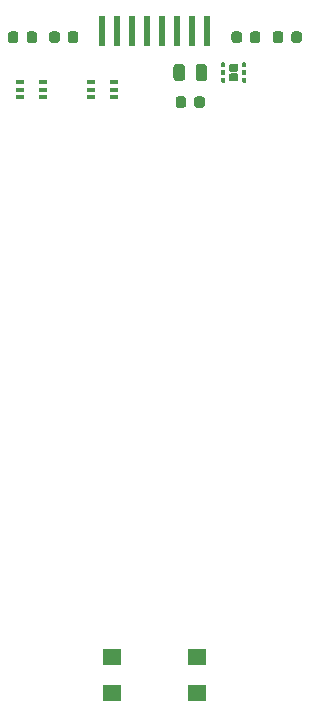
<source format=gbr>
G04 #@! TF.GenerationSoftware,KiCad,Pcbnew,(5.1.5-0-10_14)*
G04 #@! TF.CreationDate,2021-06-02T09:42:11-04:00*
G04 #@! TF.ProjectId,ESLO_RB2_DataDump,45534c4f-5f52-4423-925f-446174614475,rev?*
G04 #@! TF.SameCoordinates,Original*
G04 #@! TF.FileFunction,Paste,Top*
G04 #@! TF.FilePolarity,Positive*
%FSLAX46Y46*%
G04 Gerber Fmt 4.6, Leading zero omitted, Abs format (unit mm)*
G04 Created by KiCad (PCBNEW (5.1.5-0-10_14)) date 2021-06-02 09:42:11*
%MOMM*%
%LPD*%
G04 APERTURE LIST*
%ADD10R,0.650000X0.400000*%
%ADD11C,0.100000*%
%ADD12R,1.600000X1.400000*%
%ADD13R,0.600000X2.500000*%
G04 APERTURE END LIST*
D10*
X127000000Y-75300000D03*
X127000000Y-76600000D03*
X125100000Y-75950000D03*
X127000000Y-75950000D03*
X125100000Y-76600000D03*
X125100000Y-75300000D03*
X121000000Y-75300000D03*
X121000000Y-76600000D03*
X119100000Y-75950000D03*
X121000000Y-75950000D03*
X119100000Y-76600000D03*
X119100000Y-75300000D03*
D11*
G36*
X138165439Y-73650451D02*
G01*
X138174540Y-73651801D01*
X138183464Y-73654037D01*
X138192127Y-73657136D01*
X138200443Y-73661070D01*
X138208335Y-73665800D01*
X138215724Y-73671280D01*
X138222541Y-73677459D01*
X138228720Y-73684276D01*
X138234200Y-73691665D01*
X138238930Y-73699557D01*
X138242864Y-73707873D01*
X138245963Y-73716536D01*
X138248199Y-73725460D01*
X138249549Y-73734561D01*
X138250000Y-73743750D01*
X138250000Y-73956250D01*
X138249549Y-73965439D01*
X138248199Y-73974540D01*
X138245963Y-73983464D01*
X138242864Y-73992127D01*
X138238930Y-74000443D01*
X138234200Y-74008335D01*
X138228720Y-74015724D01*
X138222541Y-74022541D01*
X138215724Y-74028720D01*
X138208335Y-74034200D01*
X138200443Y-74038930D01*
X138192127Y-74042864D01*
X138183464Y-74045963D01*
X138174540Y-74048199D01*
X138165439Y-74049549D01*
X138156250Y-74050000D01*
X137968750Y-74050000D01*
X137959561Y-74049549D01*
X137950460Y-74048199D01*
X137941536Y-74045963D01*
X137932873Y-74042864D01*
X137924557Y-74038930D01*
X137916665Y-74034200D01*
X137909276Y-74028720D01*
X137902459Y-74022541D01*
X137896280Y-74015724D01*
X137890800Y-74008335D01*
X137886070Y-74000443D01*
X137882136Y-73992127D01*
X137879037Y-73983464D01*
X137876801Y-73974540D01*
X137875451Y-73965439D01*
X137875000Y-73956250D01*
X137875000Y-73743750D01*
X137875451Y-73734561D01*
X137876801Y-73725460D01*
X137879037Y-73716536D01*
X137882136Y-73707873D01*
X137886070Y-73699557D01*
X137890800Y-73691665D01*
X137896280Y-73684276D01*
X137902459Y-73677459D01*
X137909276Y-73671280D01*
X137916665Y-73665800D01*
X137924557Y-73661070D01*
X137932873Y-73657136D01*
X137941536Y-73654037D01*
X137950460Y-73651801D01*
X137959561Y-73650451D01*
X137968750Y-73650000D01*
X138156250Y-73650000D01*
X138165439Y-73650451D01*
G37*
G36*
X138165439Y-74300451D02*
G01*
X138174540Y-74301801D01*
X138183464Y-74304037D01*
X138192127Y-74307136D01*
X138200443Y-74311070D01*
X138208335Y-74315800D01*
X138215724Y-74321280D01*
X138222541Y-74327459D01*
X138228720Y-74334276D01*
X138234200Y-74341665D01*
X138238930Y-74349557D01*
X138242864Y-74357873D01*
X138245963Y-74366536D01*
X138248199Y-74375460D01*
X138249549Y-74384561D01*
X138250000Y-74393750D01*
X138250000Y-74606250D01*
X138249549Y-74615439D01*
X138248199Y-74624540D01*
X138245963Y-74633464D01*
X138242864Y-74642127D01*
X138238930Y-74650443D01*
X138234200Y-74658335D01*
X138228720Y-74665724D01*
X138222541Y-74672541D01*
X138215724Y-74678720D01*
X138208335Y-74684200D01*
X138200443Y-74688930D01*
X138192127Y-74692864D01*
X138183464Y-74695963D01*
X138174540Y-74698199D01*
X138165439Y-74699549D01*
X138156250Y-74700000D01*
X137968750Y-74700000D01*
X137959561Y-74699549D01*
X137950460Y-74698199D01*
X137941536Y-74695963D01*
X137932873Y-74692864D01*
X137924557Y-74688930D01*
X137916665Y-74684200D01*
X137909276Y-74678720D01*
X137902459Y-74672541D01*
X137896280Y-74665724D01*
X137890800Y-74658335D01*
X137886070Y-74650443D01*
X137882136Y-74642127D01*
X137879037Y-74633464D01*
X137876801Y-74624540D01*
X137875451Y-74615439D01*
X137875000Y-74606250D01*
X137875000Y-74393750D01*
X137875451Y-74384561D01*
X137876801Y-74375460D01*
X137879037Y-74366536D01*
X137882136Y-74357873D01*
X137886070Y-74349557D01*
X137890800Y-74341665D01*
X137896280Y-74334276D01*
X137902459Y-74327459D01*
X137909276Y-74321280D01*
X137916665Y-74315800D01*
X137924557Y-74311070D01*
X137932873Y-74307136D01*
X137941536Y-74304037D01*
X137950460Y-74301801D01*
X137959561Y-74300451D01*
X137968750Y-74300000D01*
X138156250Y-74300000D01*
X138165439Y-74300451D01*
G37*
G36*
X138165439Y-74950451D02*
G01*
X138174540Y-74951801D01*
X138183464Y-74954037D01*
X138192127Y-74957136D01*
X138200443Y-74961070D01*
X138208335Y-74965800D01*
X138215724Y-74971280D01*
X138222541Y-74977459D01*
X138228720Y-74984276D01*
X138234200Y-74991665D01*
X138238930Y-74999557D01*
X138242864Y-75007873D01*
X138245963Y-75016536D01*
X138248199Y-75025460D01*
X138249549Y-75034561D01*
X138250000Y-75043750D01*
X138250000Y-75256250D01*
X138249549Y-75265439D01*
X138248199Y-75274540D01*
X138245963Y-75283464D01*
X138242864Y-75292127D01*
X138238930Y-75300443D01*
X138234200Y-75308335D01*
X138228720Y-75315724D01*
X138222541Y-75322541D01*
X138215724Y-75328720D01*
X138208335Y-75334200D01*
X138200443Y-75338930D01*
X138192127Y-75342864D01*
X138183464Y-75345963D01*
X138174540Y-75348199D01*
X138165439Y-75349549D01*
X138156250Y-75350000D01*
X137968750Y-75350000D01*
X137959561Y-75349549D01*
X137950460Y-75348199D01*
X137941536Y-75345963D01*
X137932873Y-75342864D01*
X137924557Y-75338930D01*
X137916665Y-75334200D01*
X137909276Y-75328720D01*
X137902459Y-75322541D01*
X137896280Y-75315724D01*
X137890800Y-75308335D01*
X137886070Y-75300443D01*
X137882136Y-75292127D01*
X137879037Y-75283464D01*
X137876801Y-75274540D01*
X137875451Y-75265439D01*
X137875000Y-75256250D01*
X137875000Y-75043750D01*
X137875451Y-75034561D01*
X137876801Y-75025460D01*
X137879037Y-75016536D01*
X137882136Y-75007873D01*
X137886070Y-74999557D01*
X137890800Y-74991665D01*
X137896280Y-74984276D01*
X137902459Y-74977459D01*
X137909276Y-74971280D01*
X137916665Y-74965800D01*
X137924557Y-74961070D01*
X137932873Y-74957136D01*
X137941536Y-74954037D01*
X137950460Y-74951801D01*
X137959561Y-74950451D01*
X137968750Y-74950000D01*
X138156250Y-74950000D01*
X138165439Y-74950451D01*
G37*
G36*
X136390439Y-74950451D02*
G01*
X136399540Y-74951801D01*
X136408464Y-74954037D01*
X136417127Y-74957136D01*
X136425443Y-74961070D01*
X136433335Y-74965800D01*
X136440724Y-74971280D01*
X136447541Y-74977459D01*
X136453720Y-74984276D01*
X136459200Y-74991665D01*
X136463930Y-74999557D01*
X136467864Y-75007873D01*
X136470963Y-75016536D01*
X136473199Y-75025460D01*
X136474549Y-75034561D01*
X136475000Y-75043750D01*
X136475000Y-75256250D01*
X136474549Y-75265439D01*
X136473199Y-75274540D01*
X136470963Y-75283464D01*
X136467864Y-75292127D01*
X136463930Y-75300443D01*
X136459200Y-75308335D01*
X136453720Y-75315724D01*
X136447541Y-75322541D01*
X136440724Y-75328720D01*
X136433335Y-75334200D01*
X136425443Y-75338930D01*
X136417127Y-75342864D01*
X136408464Y-75345963D01*
X136399540Y-75348199D01*
X136390439Y-75349549D01*
X136381250Y-75350000D01*
X136193750Y-75350000D01*
X136184561Y-75349549D01*
X136175460Y-75348199D01*
X136166536Y-75345963D01*
X136157873Y-75342864D01*
X136149557Y-75338930D01*
X136141665Y-75334200D01*
X136134276Y-75328720D01*
X136127459Y-75322541D01*
X136121280Y-75315724D01*
X136115800Y-75308335D01*
X136111070Y-75300443D01*
X136107136Y-75292127D01*
X136104037Y-75283464D01*
X136101801Y-75274540D01*
X136100451Y-75265439D01*
X136100000Y-75256250D01*
X136100000Y-75043750D01*
X136100451Y-75034561D01*
X136101801Y-75025460D01*
X136104037Y-75016536D01*
X136107136Y-75007873D01*
X136111070Y-74999557D01*
X136115800Y-74991665D01*
X136121280Y-74984276D01*
X136127459Y-74977459D01*
X136134276Y-74971280D01*
X136141665Y-74965800D01*
X136149557Y-74961070D01*
X136157873Y-74957136D01*
X136166536Y-74954037D01*
X136175460Y-74951801D01*
X136184561Y-74950451D01*
X136193750Y-74950000D01*
X136381250Y-74950000D01*
X136390439Y-74950451D01*
G37*
G36*
X136390439Y-74300451D02*
G01*
X136399540Y-74301801D01*
X136408464Y-74304037D01*
X136417127Y-74307136D01*
X136425443Y-74311070D01*
X136433335Y-74315800D01*
X136440724Y-74321280D01*
X136447541Y-74327459D01*
X136453720Y-74334276D01*
X136459200Y-74341665D01*
X136463930Y-74349557D01*
X136467864Y-74357873D01*
X136470963Y-74366536D01*
X136473199Y-74375460D01*
X136474549Y-74384561D01*
X136475000Y-74393750D01*
X136475000Y-74606250D01*
X136474549Y-74615439D01*
X136473199Y-74624540D01*
X136470963Y-74633464D01*
X136467864Y-74642127D01*
X136463930Y-74650443D01*
X136459200Y-74658335D01*
X136453720Y-74665724D01*
X136447541Y-74672541D01*
X136440724Y-74678720D01*
X136433335Y-74684200D01*
X136425443Y-74688930D01*
X136417127Y-74692864D01*
X136408464Y-74695963D01*
X136399540Y-74698199D01*
X136390439Y-74699549D01*
X136381250Y-74700000D01*
X136193750Y-74700000D01*
X136184561Y-74699549D01*
X136175460Y-74698199D01*
X136166536Y-74695963D01*
X136157873Y-74692864D01*
X136149557Y-74688930D01*
X136141665Y-74684200D01*
X136134276Y-74678720D01*
X136127459Y-74672541D01*
X136121280Y-74665724D01*
X136115800Y-74658335D01*
X136111070Y-74650443D01*
X136107136Y-74642127D01*
X136104037Y-74633464D01*
X136101801Y-74624540D01*
X136100451Y-74615439D01*
X136100000Y-74606250D01*
X136100000Y-74393750D01*
X136100451Y-74384561D01*
X136101801Y-74375460D01*
X136104037Y-74366536D01*
X136107136Y-74357873D01*
X136111070Y-74349557D01*
X136115800Y-74341665D01*
X136121280Y-74334276D01*
X136127459Y-74327459D01*
X136134276Y-74321280D01*
X136141665Y-74315800D01*
X136149557Y-74311070D01*
X136157873Y-74307136D01*
X136166536Y-74304037D01*
X136175460Y-74301801D01*
X136184561Y-74300451D01*
X136193750Y-74300000D01*
X136381250Y-74300000D01*
X136390439Y-74300451D01*
G37*
G36*
X136390439Y-73650451D02*
G01*
X136399540Y-73651801D01*
X136408464Y-73654037D01*
X136417127Y-73657136D01*
X136425443Y-73661070D01*
X136433335Y-73665800D01*
X136440724Y-73671280D01*
X136447541Y-73677459D01*
X136453720Y-73684276D01*
X136459200Y-73691665D01*
X136463930Y-73699557D01*
X136467864Y-73707873D01*
X136470963Y-73716536D01*
X136473199Y-73725460D01*
X136474549Y-73734561D01*
X136475000Y-73743750D01*
X136475000Y-73956250D01*
X136474549Y-73965439D01*
X136473199Y-73974540D01*
X136470963Y-73983464D01*
X136467864Y-73992127D01*
X136463930Y-74000443D01*
X136459200Y-74008335D01*
X136453720Y-74015724D01*
X136447541Y-74022541D01*
X136440724Y-74028720D01*
X136433335Y-74034200D01*
X136425443Y-74038930D01*
X136417127Y-74042864D01*
X136408464Y-74045963D01*
X136399540Y-74048199D01*
X136390439Y-74049549D01*
X136381250Y-74050000D01*
X136193750Y-74050000D01*
X136184561Y-74049549D01*
X136175460Y-74048199D01*
X136166536Y-74045963D01*
X136157873Y-74042864D01*
X136149557Y-74038930D01*
X136141665Y-74034200D01*
X136134276Y-74028720D01*
X136127459Y-74022541D01*
X136121280Y-74015724D01*
X136115800Y-74008335D01*
X136111070Y-74000443D01*
X136107136Y-73992127D01*
X136104037Y-73983464D01*
X136101801Y-73974540D01*
X136100451Y-73965439D01*
X136100000Y-73956250D01*
X136100000Y-73743750D01*
X136100451Y-73734561D01*
X136101801Y-73725460D01*
X136104037Y-73716536D01*
X136107136Y-73707873D01*
X136111070Y-73699557D01*
X136115800Y-73691665D01*
X136121280Y-73684276D01*
X136127459Y-73677459D01*
X136134276Y-73671280D01*
X136141665Y-73665800D01*
X136149557Y-73661070D01*
X136157873Y-73657136D01*
X136166536Y-73654037D01*
X136175460Y-73651801D01*
X136184561Y-73650451D01*
X136193750Y-73650000D01*
X136381250Y-73650000D01*
X136390439Y-73650451D01*
G37*
G36*
X137435683Y-74580770D02*
G01*
X137451214Y-74583074D01*
X137466446Y-74586890D01*
X137481229Y-74592179D01*
X137495423Y-74598893D01*
X137508891Y-74606965D01*
X137521503Y-74616318D01*
X137533137Y-74626863D01*
X137543682Y-74638497D01*
X137553035Y-74651109D01*
X137561107Y-74664577D01*
X137567821Y-74678771D01*
X137573110Y-74693554D01*
X137576926Y-74708786D01*
X137579230Y-74724317D01*
X137580000Y-74740000D01*
X137580000Y-75060000D01*
X137579230Y-75075683D01*
X137576926Y-75091214D01*
X137573110Y-75106446D01*
X137567821Y-75121229D01*
X137561107Y-75135423D01*
X137553035Y-75148891D01*
X137543682Y-75161503D01*
X137533137Y-75173137D01*
X137521503Y-75183682D01*
X137508891Y-75193035D01*
X137495423Y-75201107D01*
X137481229Y-75207821D01*
X137466446Y-75213110D01*
X137451214Y-75216926D01*
X137435683Y-75219230D01*
X137420000Y-75220000D01*
X136930000Y-75220000D01*
X136914317Y-75219230D01*
X136898786Y-75216926D01*
X136883554Y-75213110D01*
X136868771Y-75207821D01*
X136854577Y-75201107D01*
X136841109Y-75193035D01*
X136828497Y-75183682D01*
X136816863Y-75173137D01*
X136806318Y-75161503D01*
X136796965Y-75148891D01*
X136788893Y-75135423D01*
X136782179Y-75121229D01*
X136776890Y-75106446D01*
X136773074Y-75091214D01*
X136770770Y-75075683D01*
X136770000Y-75060000D01*
X136770000Y-74740000D01*
X136770770Y-74724317D01*
X136773074Y-74708786D01*
X136776890Y-74693554D01*
X136782179Y-74678771D01*
X136788893Y-74664577D01*
X136796965Y-74651109D01*
X136806318Y-74638497D01*
X136816863Y-74626863D01*
X136828497Y-74616318D01*
X136841109Y-74606965D01*
X136854577Y-74598893D01*
X136868771Y-74592179D01*
X136883554Y-74586890D01*
X136898786Y-74583074D01*
X136914317Y-74580770D01*
X136930000Y-74580000D01*
X137420000Y-74580000D01*
X137435683Y-74580770D01*
G37*
G36*
X137435683Y-73780770D02*
G01*
X137451214Y-73783074D01*
X137466446Y-73786890D01*
X137481229Y-73792179D01*
X137495423Y-73798893D01*
X137508891Y-73806965D01*
X137521503Y-73816318D01*
X137533137Y-73826863D01*
X137543682Y-73838497D01*
X137553035Y-73851109D01*
X137561107Y-73864577D01*
X137567821Y-73878771D01*
X137573110Y-73893554D01*
X137576926Y-73908786D01*
X137579230Y-73924317D01*
X137580000Y-73940000D01*
X137580000Y-74260000D01*
X137579230Y-74275683D01*
X137576926Y-74291214D01*
X137573110Y-74306446D01*
X137567821Y-74321229D01*
X137561107Y-74335423D01*
X137553035Y-74348891D01*
X137543682Y-74361503D01*
X137533137Y-74373137D01*
X137521503Y-74383682D01*
X137508891Y-74393035D01*
X137495423Y-74401107D01*
X137481229Y-74407821D01*
X137466446Y-74413110D01*
X137451214Y-74416926D01*
X137435683Y-74419230D01*
X137420000Y-74420000D01*
X136930000Y-74420000D01*
X136914317Y-74419230D01*
X136898786Y-74416926D01*
X136883554Y-74413110D01*
X136868771Y-74407821D01*
X136854577Y-74401107D01*
X136841109Y-74393035D01*
X136828497Y-74383682D01*
X136816863Y-74373137D01*
X136806318Y-74361503D01*
X136796965Y-74348891D01*
X136788893Y-74335423D01*
X136782179Y-74321229D01*
X136776890Y-74306446D01*
X136773074Y-74291214D01*
X136770770Y-74275683D01*
X136770000Y-74260000D01*
X136770000Y-73940000D01*
X136770770Y-73924317D01*
X136773074Y-73908786D01*
X136776890Y-73893554D01*
X136782179Y-73878771D01*
X136788893Y-73864577D01*
X136796965Y-73851109D01*
X136806318Y-73838497D01*
X136816863Y-73826863D01*
X136828497Y-73816318D01*
X136841109Y-73806965D01*
X136854577Y-73798893D01*
X136868771Y-73792179D01*
X136883554Y-73786890D01*
X136898786Y-73783074D01*
X136914317Y-73780770D01*
X136930000Y-73780000D01*
X137420000Y-73780000D01*
X137435683Y-73780770D01*
G37*
D12*
X126900000Y-127000000D03*
X134100000Y-127000000D03*
X126900000Y-124000000D03*
X134100000Y-124000000D03*
D11*
G36*
X123815191Y-71026053D02*
G01*
X123836426Y-71029203D01*
X123857250Y-71034419D01*
X123877462Y-71041651D01*
X123896868Y-71050830D01*
X123915281Y-71061866D01*
X123932524Y-71074654D01*
X123948430Y-71089070D01*
X123962846Y-71104976D01*
X123975634Y-71122219D01*
X123986670Y-71140632D01*
X123995849Y-71160038D01*
X124003081Y-71180250D01*
X124008297Y-71201074D01*
X124011447Y-71222309D01*
X124012500Y-71243750D01*
X124012500Y-71756250D01*
X124011447Y-71777691D01*
X124008297Y-71798926D01*
X124003081Y-71819750D01*
X123995849Y-71839962D01*
X123986670Y-71859368D01*
X123975634Y-71877781D01*
X123962846Y-71895024D01*
X123948430Y-71910930D01*
X123932524Y-71925346D01*
X123915281Y-71938134D01*
X123896868Y-71949170D01*
X123877462Y-71958349D01*
X123857250Y-71965581D01*
X123836426Y-71970797D01*
X123815191Y-71973947D01*
X123793750Y-71975000D01*
X123356250Y-71975000D01*
X123334809Y-71973947D01*
X123313574Y-71970797D01*
X123292750Y-71965581D01*
X123272538Y-71958349D01*
X123253132Y-71949170D01*
X123234719Y-71938134D01*
X123217476Y-71925346D01*
X123201570Y-71910930D01*
X123187154Y-71895024D01*
X123174366Y-71877781D01*
X123163330Y-71859368D01*
X123154151Y-71839962D01*
X123146919Y-71819750D01*
X123141703Y-71798926D01*
X123138553Y-71777691D01*
X123137500Y-71756250D01*
X123137500Y-71243750D01*
X123138553Y-71222309D01*
X123141703Y-71201074D01*
X123146919Y-71180250D01*
X123154151Y-71160038D01*
X123163330Y-71140632D01*
X123174366Y-71122219D01*
X123187154Y-71104976D01*
X123201570Y-71089070D01*
X123217476Y-71074654D01*
X123234719Y-71061866D01*
X123253132Y-71050830D01*
X123272538Y-71041651D01*
X123292750Y-71034419D01*
X123313574Y-71029203D01*
X123334809Y-71026053D01*
X123356250Y-71025000D01*
X123793750Y-71025000D01*
X123815191Y-71026053D01*
G37*
G36*
X122240191Y-71026053D02*
G01*
X122261426Y-71029203D01*
X122282250Y-71034419D01*
X122302462Y-71041651D01*
X122321868Y-71050830D01*
X122340281Y-71061866D01*
X122357524Y-71074654D01*
X122373430Y-71089070D01*
X122387846Y-71104976D01*
X122400634Y-71122219D01*
X122411670Y-71140632D01*
X122420849Y-71160038D01*
X122428081Y-71180250D01*
X122433297Y-71201074D01*
X122436447Y-71222309D01*
X122437500Y-71243750D01*
X122437500Y-71756250D01*
X122436447Y-71777691D01*
X122433297Y-71798926D01*
X122428081Y-71819750D01*
X122420849Y-71839962D01*
X122411670Y-71859368D01*
X122400634Y-71877781D01*
X122387846Y-71895024D01*
X122373430Y-71910930D01*
X122357524Y-71925346D01*
X122340281Y-71938134D01*
X122321868Y-71949170D01*
X122302462Y-71958349D01*
X122282250Y-71965581D01*
X122261426Y-71970797D01*
X122240191Y-71973947D01*
X122218750Y-71975000D01*
X121781250Y-71975000D01*
X121759809Y-71973947D01*
X121738574Y-71970797D01*
X121717750Y-71965581D01*
X121697538Y-71958349D01*
X121678132Y-71949170D01*
X121659719Y-71938134D01*
X121642476Y-71925346D01*
X121626570Y-71910930D01*
X121612154Y-71895024D01*
X121599366Y-71877781D01*
X121588330Y-71859368D01*
X121579151Y-71839962D01*
X121571919Y-71819750D01*
X121566703Y-71798926D01*
X121563553Y-71777691D01*
X121562500Y-71756250D01*
X121562500Y-71243750D01*
X121563553Y-71222309D01*
X121566703Y-71201074D01*
X121571919Y-71180250D01*
X121579151Y-71160038D01*
X121588330Y-71140632D01*
X121599366Y-71122219D01*
X121612154Y-71104976D01*
X121626570Y-71089070D01*
X121642476Y-71074654D01*
X121659719Y-71061866D01*
X121678132Y-71050830D01*
X121697538Y-71041651D01*
X121717750Y-71034419D01*
X121738574Y-71029203D01*
X121759809Y-71026053D01*
X121781250Y-71025000D01*
X122218750Y-71025000D01*
X122240191Y-71026053D01*
G37*
G36*
X137665191Y-71026053D02*
G01*
X137686426Y-71029203D01*
X137707250Y-71034419D01*
X137727462Y-71041651D01*
X137746868Y-71050830D01*
X137765281Y-71061866D01*
X137782524Y-71074654D01*
X137798430Y-71089070D01*
X137812846Y-71104976D01*
X137825634Y-71122219D01*
X137836670Y-71140632D01*
X137845849Y-71160038D01*
X137853081Y-71180250D01*
X137858297Y-71201074D01*
X137861447Y-71222309D01*
X137862500Y-71243750D01*
X137862500Y-71756250D01*
X137861447Y-71777691D01*
X137858297Y-71798926D01*
X137853081Y-71819750D01*
X137845849Y-71839962D01*
X137836670Y-71859368D01*
X137825634Y-71877781D01*
X137812846Y-71895024D01*
X137798430Y-71910930D01*
X137782524Y-71925346D01*
X137765281Y-71938134D01*
X137746868Y-71949170D01*
X137727462Y-71958349D01*
X137707250Y-71965581D01*
X137686426Y-71970797D01*
X137665191Y-71973947D01*
X137643750Y-71975000D01*
X137206250Y-71975000D01*
X137184809Y-71973947D01*
X137163574Y-71970797D01*
X137142750Y-71965581D01*
X137122538Y-71958349D01*
X137103132Y-71949170D01*
X137084719Y-71938134D01*
X137067476Y-71925346D01*
X137051570Y-71910930D01*
X137037154Y-71895024D01*
X137024366Y-71877781D01*
X137013330Y-71859368D01*
X137004151Y-71839962D01*
X136996919Y-71819750D01*
X136991703Y-71798926D01*
X136988553Y-71777691D01*
X136987500Y-71756250D01*
X136987500Y-71243750D01*
X136988553Y-71222309D01*
X136991703Y-71201074D01*
X136996919Y-71180250D01*
X137004151Y-71160038D01*
X137013330Y-71140632D01*
X137024366Y-71122219D01*
X137037154Y-71104976D01*
X137051570Y-71089070D01*
X137067476Y-71074654D01*
X137084719Y-71061866D01*
X137103132Y-71050830D01*
X137122538Y-71041651D01*
X137142750Y-71034419D01*
X137163574Y-71029203D01*
X137184809Y-71026053D01*
X137206250Y-71025000D01*
X137643750Y-71025000D01*
X137665191Y-71026053D01*
G37*
G36*
X139240191Y-71026053D02*
G01*
X139261426Y-71029203D01*
X139282250Y-71034419D01*
X139302462Y-71041651D01*
X139321868Y-71050830D01*
X139340281Y-71061866D01*
X139357524Y-71074654D01*
X139373430Y-71089070D01*
X139387846Y-71104976D01*
X139400634Y-71122219D01*
X139411670Y-71140632D01*
X139420849Y-71160038D01*
X139428081Y-71180250D01*
X139433297Y-71201074D01*
X139436447Y-71222309D01*
X139437500Y-71243750D01*
X139437500Y-71756250D01*
X139436447Y-71777691D01*
X139433297Y-71798926D01*
X139428081Y-71819750D01*
X139420849Y-71839962D01*
X139411670Y-71859368D01*
X139400634Y-71877781D01*
X139387846Y-71895024D01*
X139373430Y-71910930D01*
X139357524Y-71925346D01*
X139340281Y-71938134D01*
X139321868Y-71949170D01*
X139302462Y-71958349D01*
X139282250Y-71965581D01*
X139261426Y-71970797D01*
X139240191Y-71973947D01*
X139218750Y-71975000D01*
X138781250Y-71975000D01*
X138759809Y-71973947D01*
X138738574Y-71970797D01*
X138717750Y-71965581D01*
X138697538Y-71958349D01*
X138678132Y-71949170D01*
X138659719Y-71938134D01*
X138642476Y-71925346D01*
X138626570Y-71910930D01*
X138612154Y-71895024D01*
X138599366Y-71877781D01*
X138588330Y-71859368D01*
X138579151Y-71839962D01*
X138571919Y-71819750D01*
X138566703Y-71798926D01*
X138563553Y-71777691D01*
X138562500Y-71756250D01*
X138562500Y-71243750D01*
X138563553Y-71222309D01*
X138566703Y-71201074D01*
X138571919Y-71180250D01*
X138579151Y-71160038D01*
X138588330Y-71140632D01*
X138599366Y-71122219D01*
X138612154Y-71104976D01*
X138626570Y-71089070D01*
X138642476Y-71074654D01*
X138659719Y-71061866D01*
X138678132Y-71050830D01*
X138697538Y-71041651D01*
X138717750Y-71034419D01*
X138738574Y-71029203D01*
X138759809Y-71026053D01*
X138781250Y-71025000D01*
X139218750Y-71025000D01*
X139240191Y-71026053D01*
G37*
G36*
X120315191Y-71026053D02*
G01*
X120336426Y-71029203D01*
X120357250Y-71034419D01*
X120377462Y-71041651D01*
X120396868Y-71050830D01*
X120415281Y-71061866D01*
X120432524Y-71074654D01*
X120448430Y-71089070D01*
X120462846Y-71104976D01*
X120475634Y-71122219D01*
X120486670Y-71140632D01*
X120495849Y-71160038D01*
X120503081Y-71180250D01*
X120508297Y-71201074D01*
X120511447Y-71222309D01*
X120512500Y-71243750D01*
X120512500Y-71756250D01*
X120511447Y-71777691D01*
X120508297Y-71798926D01*
X120503081Y-71819750D01*
X120495849Y-71839962D01*
X120486670Y-71859368D01*
X120475634Y-71877781D01*
X120462846Y-71895024D01*
X120448430Y-71910930D01*
X120432524Y-71925346D01*
X120415281Y-71938134D01*
X120396868Y-71949170D01*
X120377462Y-71958349D01*
X120357250Y-71965581D01*
X120336426Y-71970797D01*
X120315191Y-71973947D01*
X120293750Y-71975000D01*
X119856250Y-71975000D01*
X119834809Y-71973947D01*
X119813574Y-71970797D01*
X119792750Y-71965581D01*
X119772538Y-71958349D01*
X119753132Y-71949170D01*
X119734719Y-71938134D01*
X119717476Y-71925346D01*
X119701570Y-71910930D01*
X119687154Y-71895024D01*
X119674366Y-71877781D01*
X119663330Y-71859368D01*
X119654151Y-71839962D01*
X119646919Y-71819750D01*
X119641703Y-71798926D01*
X119638553Y-71777691D01*
X119637500Y-71756250D01*
X119637500Y-71243750D01*
X119638553Y-71222309D01*
X119641703Y-71201074D01*
X119646919Y-71180250D01*
X119654151Y-71160038D01*
X119663330Y-71140632D01*
X119674366Y-71122219D01*
X119687154Y-71104976D01*
X119701570Y-71089070D01*
X119717476Y-71074654D01*
X119734719Y-71061866D01*
X119753132Y-71050830D01*
X119772538Y-71041651D01*
X119792750Y-71034419D01*
X119813574Y-71029203D01*
X119834809Y-71026053D01*
X119856250Y-71025000D01*
X120293750Y-71025000D01*
X120315191Y-71026053D01*
G37*
G36*
X118740191Y-71026053D02*
G01*
X118761426Y-71029203D01*
X118782250Y-71034419D01*
X118802462Y-71041651D01*
X118821868Y-71050830D01*
X118840281Y-71061866D01*
X118857524Y-71074654D01*
X118873430Y-71089070D01*
X118887846Y-71104976D01*
X118900634Y-71122219D01*
X118911670Y-71140632D01*
X118920849Y-71160038D01*
X118928081Y-71180250D01*
X118933297Y-71201074D01*
X118936447Y-71222309D01*
X118937500Y-71243750D01*
X118937500Y-71756250D01*
X118936447Y-71777691D01*
X118933297Y-71798926D01*
X118928081Y-71819750D01*
X118920849Y-71839962D01*
X118911670Y-71859368D01*
X118900634Y-71877781D01*
X118887846Y-71895024D01*
X118873430Y-71910930D01*
X118857524Y-71925346D01*
X118840281Y-71938134D01*
X118821868Y-71949170D01*
X118802462Y-71958349D01*
X118782250Y-71965581D01*
X118761426Y-71970797D01*
X118740191Y-71973947D01*
X118718750Y-71975000D01*
X118281250Y-71975000D01*
X118259809Y-71973947D01*
X118238574Y-71970797D01*
X118217750Y-71965581D01*
X118197538Y-71958349D01*
X118178132Y-71949170D01*
X118159719Y-71938134D01*
X118142476Y-71925346D01*
X118126570Y-71910930D01*
X118112154Y-71895024D01*
X118099366Y-71877781D01*
X118088330Y-71859368D01*
X118079151Y-71839962D01*
X118071919Y-71819750D01*
X118066703Y-71798926D01*
X118063553Y-71777691D01*
X118062500Y-71756250D01*
X118062500Y-71243750D01*
X118063553Y-71222309D01*
X118066703Y-71201074D01*
X118071919Y-71180250D01*
X118079151Y-71160038D01*
X118088330Y-71140632D01*
X118099366Y-71122219D01*
X118112154Y-71104976D01*
X118126570Y-71089070D01*
X118142476Y-71074654D01*
X118159719Y-71061866D01*
X118178132Y-71050830D01*
X118197538Y-71041651D01*
X118217750Y-71034419D01*
X118238574Y-71029203D01*
X118259809Y-71026053D01*
X118281250Y-71025000D01*
X118718750Y-71025000D01*
X118740191Y-71026053D01*
G37*
G36*
X141165191Y-71026053D02*
G01*
X141186426Y-71029203D01*
X141207250Y-71034419D01*
X141227462Y-71041651D01*
X141246868Y-71050830D01*
X141265281Y-71061866D01*
X141282524Y-71074654D01*
X141298430Y-71089070D01*
X141312846Y-71104976D01*
X141325634Y-71122219D01*
X141336670Y-71140632D01*
X141345849Y-71160038D01*
X141353081Y-71180250D01*
X141358297Y-71201074D01*
X141361447Y-71222309D01*
X141362500Y-71243750D01*
X141362500Y-71756250D01*
X141361447Y-71777691D01*
X141358297Y-71798926D01*
X141353081Y-71819750D01*
X141345849Y-71839962D01*
X141336670Y-71859368D01*
X141325634Y-71877781D01*
X141312846Y-71895024D01*
X141298430Y-71910930D01*
X141282524Y-71925346D01*
X141265281Y-71938134D01*
X141246868Y-71949170D01*
X141227462Y-71958349D01*
X141207250Y-71965581D01*
X141186426Y-71970797D01*
X141165191Y-71973947D01*
X141143750Y-71975000D01*
X140706250Y-71975000D01*
X140684809Y-71973947D01*
X140663574Y-71970797D01*
X140642750Y-71965581D01*
X140622538Y-71958349D01*
X140603132Y-71949170D01*
X140584719Y-71938134D01*
X140567476Y-71925346D01*
X140551570Y-71910930D01*
X140537154Y-71895024D01*
X140524366Y-71877781D01*
X140513330Y-71859368D01*
X140504151Y-71839962D01*
X140496919Y-71819750D01*
X140491703Y-71798926D01*
X140488553Y-71777691D01*
X140487500Y-71756250D01*
X140487500Y-71243750D01*
X140488553Y-71222309D01*
X140491703Y-71201074D01*
X140496919Y-71180250D01*
X140504151Y-71160038D01*
X140513330Y-71140632D01*
X140524366Y-71122219D01*
X140537154Y-71104976D01*
X140551570Y-71089070D01*
X140567476Y-71074654D01*
X140584719Y-71061866D01*
X140603132Y-71050830D01*
X140622538Y-71041651D01*
X140642750Y-71034419D01*
X140663574Y-71029203D01*
X140684809Y-71026053D01*
X140706250Y-71025000D01*
X141143750Y-71025000D01*
X141165191Y-71026053D01*
G37*
G36*
X142740191Y-71026053D02*
G01*
X142761426Y-71029203D01*
X142782250Y-71034419D01*
X142802462Y-71041651D01*
X142821868Y-71050830D01*
X142840281Y-71061866D01*
X142857524Y-71074654D01*
X142873430Y-71089070D01*
X142887846Y-71104976D01*
X142900634Y-71122219D01*
X142911670Y-71140632D01*
X142920849Y-71160038D01*
X142928081Y-71180250D01*
X142933297Y-71201074D01*
X142936447Y-71222309D01*
X142937500Y-71243750D01*
X142937500Y-71756250D01*
X142936447Y-71777691D01*
X142933297Y-71798926D01*
X142928081Y-71819750D01*
X142920849Y-71839962D01*
X142911670Y-71859368D01*
X142900634Y-71877781D01*
X142887846Y-71895024D01*
X142873430Y-71910930D01*
X142857524Y-71925346D01*
X142840281Y-71938134D01*
X142821868Y-71949170D01*
X142802462Y-71958349D01*
X142782250Y-71965581D01*
X142761426Y-71970797D01*
X142740191Y-71973947D01*
X142718750Y-71975000D01*
X142281250Y-71975000D01*
X142259809Y-71973947D01*
X142238574Y-71970797D01*
X142217750Y-71965581D01*
X142197538Y-71958349D01*
X142178132Y-71949170D01*
X142159719Y-71938134D01*
X142142476Y-71925346D01*
X142126570Y-71910930D01*
X142112154Y-71895024D01*
X142099366Y-71877781D01*
X142088330Y-71859368D01*
X142079151Y-71839962D01*
X142071919Y-71819750D01*
X142066703Y-71798926D01*
X142063553Y-71777691D01*
X142062500Y-71756250D01*
X142062500Y-71243750D01*
X142063553Y-71222309D01*
X142066703Y-71201074D01*
X142071919Y-71180250D01*
X142079151Y-71160038D01*
X142088330Y-71140632D01*
X142099366Y-71122219D01*
X142112154Y-71104976D01*
X142126570Y-71089070D01*
X142142476Y-71074654D01*
X142159719Y-71061866D01*
X142178132Y-71050830D01*
X142197538Y-71041651D01*
X142217750Y-71034419D01*
X142238574Y-71029203D01*
X142259809Y-71026053D01*
X142281250Y-71025000D01*
X142718750Y-71025000D01*
X142740191Y-71026053D01*
G37*
G36*
X132830142Y-73801174D02*
G01*
X132853803Y-73804684D01*
X132877007Y-73810496D01*
X132899529Y-73818554D01*
X132921153Y-73828782D01*
X132941670Y-73841079D01*
X132960883Y-73855329D01*
X132978607Y-73871393D01*
X132994671Y-73889117D01*
X133008921Y-73908330D01*
X133021218Y-73928847D01*
X133031446Y-73950471D01*
X133039504Y-73972993D01*
X133045316Y-73996197D01*
X133048826Y-74019858D01*
X133050000Y-74043750D01*
X133050000Y-74956250D01*
X133048826Y-74980142D01*
X133045316Y-75003803D01*
X133039504Y-75027007D01*
X133031446Y-75049529D01*
X133021218Y-75071153D01*
X133008921Y-75091670D01*
X132994671Y-75110883D01*
X132978607Y-75128607D01*
X132960883Y-75144671D01*
X132941670Y-75158921D01*
X132921153Y-75171218D01*
X132899529Y-75181446D01*
X132877007Y-75189504D01*
X132853803Y-75195316D01*
X132830142Y-75198826D01*
X132806250Y-75200000D01*
X132318750Y-75200000D01*
X132294858Y-75198826D01*
X132271197Y-75195316D01*
X132247993Y-75189504D01*
X132225471Y-75181446D01*
X132203847Y-75171218D01*
X132183330Y-75158921D01*
X132164117Y-75144671D01*
X132146393Y-75128607D01*
X132130329Y-75110883D01*
X132116079Y-75091670D01*
X132103782Y-75071153D01*
X132093554Y-75049529D01*
X132085496Y-75027007D01*
X132079684Y-75003803D01*
X132076174Y-74980142D01*
X132075000Y-74956250D01*
X132075000Y-74043750D01*
X132076174Y-74019858D01*
X132079684Y-73996197D01*
X132085496Y-73972993D01*
X132093554Y-73950471D01*
X132103782Y-73928847D01*
X132116079Y-73908330D01*
X132130329Y-73889117D01*
X132146393Y-73871393D01*
X132164117Y-73855329D01*
X132183330Y-73841079D01*
X132203847Y-73828782D01*
X132225471Y-73818554D01*
X132247993Y-73810496D01*
X132271197Y-73804684D01*
X132294858Y-73801174D01*
X132318750Y-73800000D01*
X132806250Y-73800000D01*
X132830142Y-73801174D01*
G37*
G36*
X134705142Y-73801174D02*
G01*
X134728803Y-73804684D01*
X134752007Y-73810496D01*
X134774529Y-73818554D01*
X134796153Y-73828782D01*
X134816670Y-73841079D01*
X134835883Y-73855329D01*
X134853607Y-73871393D01*
X134869671Y-73889117D01*
X134883921Y-73908330D01*
X134896218Y-73928847D01*
X134906446Y-73950471D01*
X134914504Y-73972993D01*
X134920316Y-73996197D01*
X134923826Y-74019858D01*
X134925000Y-74043750D01*
X134925000Y-74956250D01*
X134923826Y-74980142D01*
X134920316Y-75003803D01*
X134914504Y-75027007D01*
X134906446Y-75049529D01*
X134896218Y-75071153D01*
X134883921Y-75091670D01*
X134869671Y-75110883D01*
X134853607Y-75128607D01*
X134835883Y-75144671D01*
X134816670Y-75158921D01*
X134796153Y-75171218D01*
X134774529Y-75181446D01*
X134752007Y-75189504D01*
X134728803Y-75195316D01*
X134705142Y-75198826D01*
X134681250Y-75200000D01*
X134193750Y-75200000D01*
X134169858Y-75198826D01*
X134146197Y-75195316D01*
X134122993Y-75189504D01*
X134100471Y-75181446D01*
X134078847Y-75171218D01*
X134058330Y-75158921D01*
X134039117Y-75144671D01*
X134021393Y-75128607D01*
X134005329Y-75110883D01*
X133991079Y-75091670D01*
X133978782Y-75071153D01*
X133968554Y-75049529D01*
X133960496Y-75027007D01*
X133954684Y-75003803D01*
X133951174Y-74980142D01*
X133950000Y-74956250D01*
X133950000Y-74043750D01*
X133951174Y-74019858D01*
X133954684Y-73996197D01*
X133960496Y-73972993D01*
X133968554Y-73950471D01*
X133978782Y-73928847D01*
X133991079Y-73908330D01*
X134005329Y-73889117D01*
X134021393Y-73871393D01*
X134039117Y-73855329D01*
X134058330Y-73841079D01*
X134078847Y-73828782D01*
X134100471Y-73818554D01*
X134122993Y-73810496D01*
X134146197Y-73804684D01*
X134169858Y-73801174D01*
X134193750Y-73800000D01*
X134681250Y-73800000D01*
X134705142Y-73801174D01*
G37*
D13*
X126055000Y-71000000D03*
X127325000Y-71000000D03*
X128595000Y-71000000D03*
X129865000Y-71000000D03*
X131135000Y-71000000D03*
X132405000Y-71000000D03*
X133675000Y-71000000D03*
X134945000Y-71000000D03*
D11*
G36*
X134515191Y-76526053D02*
G01*
X134536426Y-76529203D01*
X134557250Y-76534419D01*
X134577462Y-76541651D01*
X134596868Y-76550830D01*
X134615281Y-76561866D01*
X134632524Y-76574654D01*
X134648430Y-76589070D01*
X134662846Y-76604976D01*
X134675634Y-76622219D01*
X134686670Y-76640632D01*
X134695849Y-76660038D01*
X134703081Y-76680250D01*
X134708297Y-76701074D01*
X134711447Y-76722309D01*
X134712500Y-76743750D01*
X134712500Y-77256250D01*
X134711447Y-77277691D01*
X134708297Y-77298926D01*
X134703081Y-77319750D01*
X134695849Y-77339962D01*
X134686670Y-77359368D01*
X134675634Y-77377781D01*
X134662846Y-77395024D01*
X134648430Y-77410930D01*
X134632524Y-77425346D01*
X134615281Y-77438134D01*
X134596868Y-77449170D01*
X134577462Y-77458349D01*
X134557250Y-77465581D01*
X134536426Y-77470797D01*
X134515191Y-77473947D01*
X134493750Y-77475000D01*
X134056250Y-77475000D01*
X134034809Y-77473947D01*
X134013574Y-77470797D01*
X133992750Y-77465581D01*
X133972538Y-77458349D01*
X133953132Y-77449170D01*
X133934719Y-77438134D01*
X133917476Y-77425346D01*
X133901570Y-77410930D01*
X133887154Y-77395024D01*
X133874366Y-77377781D01*
X133863330Y-77359368D01*
X133854151Y-77339962D01*
X133846919Y-77319750D01*
X133841703Y-77298926D01*
X133838553Y-77277691D01*
X133837500Y-77256250D01*
X133837500Y-76743750D01*
X133838553Y-76722309D01*
X133841703Y-76701074D01*
X133846919Y-76680250D01*
X133854151Y-76660038D01*
X133863330Y-76640632D01*
X133874366Y-76622219D01*
X133887154Y-76604976D01*
X133901570Y-76589070D01*
X133917476Y-76574654D01*
X133934719Y-76561866D01*
X133953132Y-76550830D01*
X133972538Y-76541651D01*
X133992750Y-76534419D01*
X134013574Y-76529203D01*
X134034809Y-76526053D01*
X134056250Y-76525000D01*
X134493750Y-76525000D01*
X134515191Y-76526053D01*
G37*
G36*
X132940191Y-76526053D02*
G01*
X132961426Y-76529203D01*
X132982250Y-76534419D01*
X133002462Y-76541651D01*
X133021868Y-76550830D01*
X133040281Y-76561866D01*
X133057524Y-76574654D01*
X133073430Y-76589070D01*
X133087846Y-76604976D01*
X133100634Y-76622219D01*
X133111670Y-76640632D01*
X133120849Y-76660038D01*
X133128081Y-76680250D01*
X133133297Y-76701074D01*
X133136447Y-76722309D01*
X133137500Y-76743750D01*
X133137500Y-77256250D01*
X133136447Y-77277691D01*
X133133297Y-77298926D01*
X133128081Y-77319750D01*
X133120849Y-77339962D01*
X133111670Y-77359368D01*
X133100634Y-77377781D01*
X133087846Y-77395024D01*
X133073430Y-77410930D01*
X133057524Y-77425346D01*
X133040281Y-77438134D01*
X133021868Y-77449170D01*
X133002462Y-77458349D01*
X132982250Y-77465581D01*
X132961426Y-77470797D01*
X132940191Y-77473947D01*
X132918750Y-77475000D01*
X132481250Y-77475000D01*
X132459809Y-77473947D01*
X132438574Y-77470797D01*
X132417750Y-77465581D01*
X132397538Y-77458349D01*
X132378132Y-77449170D01*
X132359719Y-77438134D01*
X132342476Y-77425346D01*
X132326570Y-77410930D01*
X132312154Y-77395024D01*
X132299366Y-77377781D01*
X132288330Y-77359368D01*
X132279151Y-77339962D01*
X132271919Y-77319750D01*
X132266703Y-77298926D01*
X132263553Y-77277691D01*
X132262500Y-77256250D01*
X132262500Y-76743750D01*
X132263553Y-76722309D01*
X132266703Y-76701074D01*
X132271919Y-76680250D01*
X132279151Y-76660038D01*
X132288330Y-76640632D01*
X132299366Y-76622219D01*
X132312154Y-76604976D01*
X132326570Y-76589070D01*
X132342476Y-76574654D01*
X132359719Y-76561866D01*
X132378132Y-76550830D01*
X132397538Y-76541651D01*
X132417750Y-76534419D01*
X132438574Y-76529203D01*
X132459809Y-76526053D01*
X132481250Y-76525000D01*
X132918750Y-76525000D01*
X132940191Y-76526053D01*
G37*
M02*

</source>
